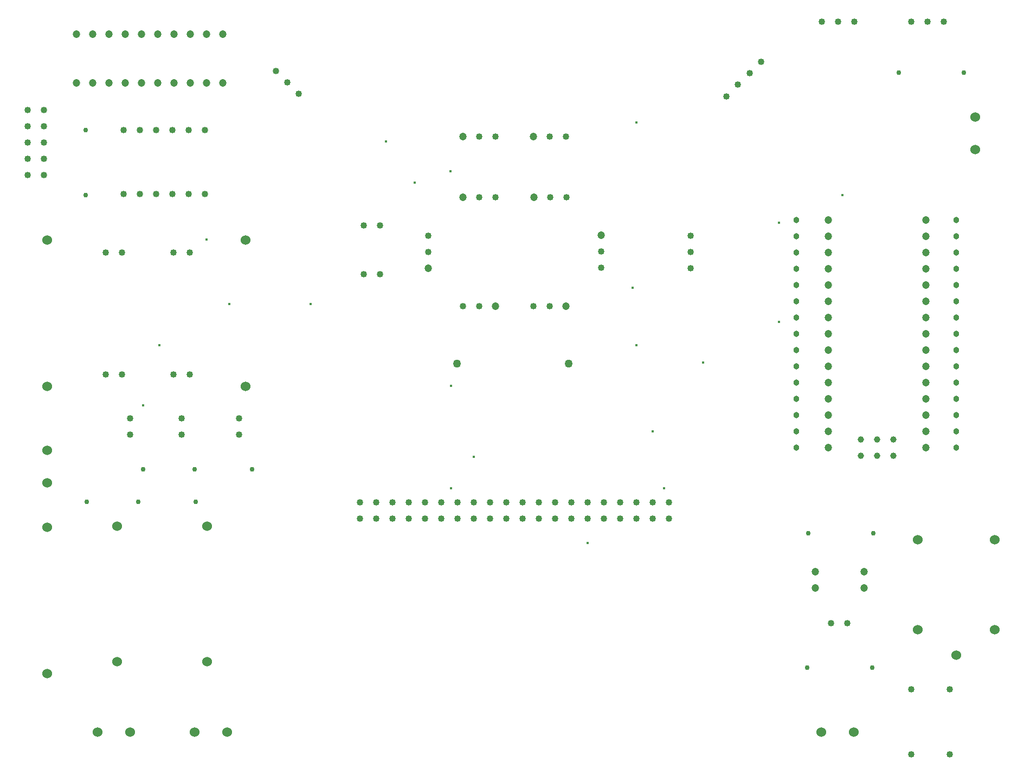
<source format=gbr>
G04 PROTEUS GERBER X2 FILE*
%TF.GenerationSoftware,Labcenter,Proteus,8.9-SP0-Build27865*%
%TF.CreationDate,2021-06-19T08:02:23+00:00*%
%TF.FileFunction,Plated,1,2,PTH*%
%TF.FilePolarity,Positive*%
%TF.Part,Single*%
%TF.SameCoordinates,{64bffbd5-d61a-4640-9b31-8bd0ff2465da}*%
%FSLAX45Y45*%
%MOMM*%
G01*
%TA.AperFunction,ViaDrill*%
%ADD40C,0.381000*%
%TA.AperFunction,ComponentDrill*%
%ADD41C,1.016000*%
%TA.AperFunction,ComponentDrill*%
%ADD42C,1.200000*%
%TA.AperFunction,ComponentDrill*%
%ADD43C,1.524000*%
%TA.AperFunction,ComponentDrill*%
%ADD44C,1.000000*%
%TA.AperFunction,ComponentDrill*%
%ADD45C,1.270000*%
%ADD46C,0.762000*%
%TA.AperFunction,ComponentDrill*%
%ADD47C,0.965200*%
%TD.AperFunction*%
D40*
X-4813300Y+1689100D03*
X-635000Y-1701800D03*
X+2946400Y-228600D03*
X+2336800Y-2197100D03*
X-990600Y-2197100D03*
X-990600Y-596900D03*
X-5549900Y+38100D03*
X+1905000Y+38100D03*
X-5803900Y-901700D03*
X+2159000Y-1308100D03*
X-3187700Y+685800D03*
X-4457700Y+685800D03*
X-2006600Y+3225800D03*
X+1905000Y+3517900D03*
X+1143000Y-3048000D03*
X+4127500Y+1955800D03*
X+4127500Y+406400D03*
X-1003300Y+2755900D03*
X-1562100Y+2578100D03*
X+5118100Y+2387600D03*
X+1841500Y+939800D03*
D41*
X+2413000Y-2417000D03*
X+2413000Y-2671000D03*
X+2159000Y-2417000D03*
X+2159000Y-2671000D03*
X+1905000Y-2417000D03*
X+1905000Y-2671000D03*
X+1651000Y-2417000D03*
X+1651000Y-2671000D03*
X+1397000Y-2417000D03*
X+1397000Y-2671000D03*
X+1143000Y-2417000D03*
X+1143000Y-2671000D03*
X+889000Y-2417000D03*
X+889000Y-2671000D03*
X+635000Y-2417000D03*
X+635000Y-2671000D03*
X+381000Y-2417000D03*
X+381000Y-2671000D03*
X+127000Y-2417000D03*
X+127000Y-2671000D03*
X-127000Y-2417000D03*
X-127000Y-2671000D03*
X-381000Y-2417000D03*
X-381000Y-2671000D03*
X-635000Y-2417000D03*
X-635000Y-2671000D03*
X-889000Y-2417000D03*
X-889000Y-2671000D03*
X-1143000Y-2417000D03*
X-1143000Y-2671000D03*
X-1397000Y-2417000D03*
X-1397000Y-2671000D03*
X-1651000Y-2417000D03*
X-1651000Y-2671000D03*
X-1905000Y-2417000D03*
X-1905000Y-2671000D03*
X-2159000Y-2417000D03*
X-2159000Y-2671000D03*
X-2413000Y-2417000D03*
X-2413000Y-2671000D03*
D42*
X+800000Y+650000D03*
D41*
X+546000Y+650000D03*
X+292000Y+650000D03*
D42*
X+1350000Y+1758000D03*
D41*
X+1350000Y+1504000D03*
X+1350000Y+1250000D03*
D42*
X-808000Y+2350000D03*
D41*
X-554000Y+2350000D03*
X-300000Y+2350000D03*
D42*
X-300000Y+650000D03*
D41*
X-554000Y+650000D03*
X-808000Y+650000D03*
D42*
X-1350000Y+1246000D03*
D41*
X-1350000Y+1500000D03*
X-1350000Y+1754000D03*
D42*
X+300000Y+2350000D03*
D41*
X+554000Y+2350000D03*
X+808000Y+2350000D03*
D42*
X-808000Y+3300000D03*
D41*
X-554000Y+3300000D03*
X-300000Y+3300000D03*
D43*
X-6000000Y-6000000D03*
X-6508000Y-6000000D03*
X-4492000Y-6000000D03*
X-5000000Y-6000000D03*
D42*
X+4900000Y-286000D03*
X+4900000Y-32000D03*
X+4900000Y+222000D03*
X+4900000Y+476000D03*
X+4900000Y+730000D03*
X+4900000Y+984000D03*
X+4900000Y+1238000D03*
X+4900000Y+1492000D03*
X+4900000Y+1746000D03*
X+4900000Y+2000000D03*
X+4900000Y-1556000D03*
X+4900000Y-1302000D03*
X+4900000Y-1048000D03*
X+4900000Y-794000D03*
X+4900000Y-540000D03*
X+6424000Y-1556000D03*
X+6424000Y-1302000D03*
X+6424000Y-1048000D03*
X+6424000Y-794000D03*
X+6424000Y-540000D03*
X+6424000Y-286000D03*
X+6424000Y-32000D03*
X+6424000Y+222000D03*
X+6424000Y+476000D03*
X+6424000Y+730000D03*
X+6424000Y+984000D03*
X+6424000Y+1238000D03*
X+6424000Y+1492000D03*
X+6424000Y+1746000D03*
X+6424000Y+2000000D03*
D44*
X+5408000Y-1683000D03*
X+5662000Y-1683000D03*
X+5916000Y-1683000D03*
X+5916000Y-1429000D03*
X+5662000Y-1429000D03*
X+5408000Y-1429000D03*
D41*
X-4838000Y+3400000D03*
X-5092000Y+3400000D03*
X-5346000Y+3400000D03*
X-5600000Y+3400000D03*
X-5854000Y+3400000D03*
X-6108000Y+3400000D03*
X-4838000Y+2400000D03*
X-5092000Y+2400000D03*
X-5346000Y+2400000D03*
X-5600000Y+2400000D03*
X-5854000Y+2400000D03*
X-6108000Y+2400000D03*
D43*
X-6208000Y-4900000D03*
X-6208000Y-2790000D03*
X-4800000Y-4900000D03*
X-4800000Y-2790000D03*
D45*
X-900000Y-250000D03*
X+850000Y-250000D03*
D41*
X-5076000Y-414000D03*
X-5330000Y-414000D03*
X-6130000Y-414000D03*
X-6384000Y-414000D03*
X-5076000Y+1486000D03*
X-5330000Y+1486000D03*
X-6130000Y+1486000D03*
X-6384000Y+1486000D03*
D43*
X-7300000Y-5086000D03*
X-7300000Y-2800000D03*
X-4200000Y-600000D03*
X-4200000Y+1686000D03*
X-7300000Y-600000D03*
X-7300000Y+1686000D03*
D42*
X+296000Y+3300000D03*
D41*
X+550000Y+3300000D03*
X+804000Y+3300000D03*
D43*
X-7300000Y-1600000D03*
X-7300000Y-2108000D03*
D42*
X-4552000Y+4900000D03*
X-4806000Y+4900000D03*
X-5060000Y+4900000D03*
X-5314000Y+4900000D03*
X-5568000Y+4900000D03*
X-5822000Y+4900000D03*
X-6076000Y+4900000D03*
X-6330000Y+4900000D03*
X-6584000Y+4900000D03*
X-6838000Y+4900000D03*
X-6838000Y+4138000D03*
X-6584000Y+4138000D03*
X-6330000Y+4138000D03*
X-6076000Y+4138000D03*
X-5822000Y+4138000D03*
X-5568000Y+4138000D03*
X-5314000Y+4138000D03*
X-5060000Y+4138000D03*
X-4806000Y+4138000D03*
X-4552000Y+4138000D03*
D43*
X+6300000Y-4400000D03*
X+7500000Y-4400000D03*
X+6900000Y-4800000D03*
X+7500000Y-3000000D03*
X+6300000Y-3000000D03*
D46*
X+6000000Y+4300000D03*
X+7016000Y+4300000D03*
D42*
X+4700000Y-3500000D03*
X+4700000Y-3754000D03*
X+5462000Y-3754000D03*
X+5462000Y-3500000D03*
D41*
X-4300000Y-1354000D03*
X-4300000Y-1100000D03*
X-5200000Y-1354000D03*
X-5200000Y-1100000D03*
X-6000000Y-1354000D03*
X-6000000Y-1100000D03*
D43*
X+5300000Y-6000000D03*
X+4792000Y-6000000D03*
D46*
X-6679882Y-2408000D03*
X-5800000Y-1900000D03*
X-5879882Y-2408000D03*
X-5000000Y-1900000D03*
X+4584000Y-2900000D03*
X+5600000Y-2900000D03*
X-4979882Y-2408000D03*
X-4100000Y-1900000D03*
X-6700000Y+3400000D03*
X-6700000Y+2384000D03*
D41*
X+5200000Y-4300000D03*
X+4946000Y-4300000D03*
X+3311592Y+3930592D03*
X+3491197Y+4110197D03*
X+3670802Y+4289802D03*
X+3850407Y+4469408D03*
X+6200000Y+5100000D03*
X+6454000Y+5100000D03*
X+6708000Y+5100000D03*
D46*
X+5584000Y-5000000D03*
X+4568000Y-5000000D03*
D41*
X+6200000Y-6350000D03*
X+6200000Y-5334000D03*
X+6800000Y-6350000D03*
X+6800000Y-5334000D03*
X+4800000Y+5100000D03*
X+5054000Y+5100000D03*
X+5308000Y+5100000D03*
D47*
X+4400000Y-1556000D03*
X+4400000Y-1302000D03*
X+4400000Y-1048000D03*
X+4400000Y-794000D03*
X+4400000Y-540000D03*
X+4400000Y-286000D03*
X+4400000Y-32000D03*
X+4400000Y+222000D03*
X+4400000Y+476000D03*
X+4400000Y+730000D03*
X+4400000Y+984000D03*
X+4400000Y+1238000D03*
X+4400000Y+1492000D03*
X+4400000Y+1746000D03*
X+4400000Y+2000000D03*
X+6900000Y-1556000D03*
X+6900000Y-1302000D03*
X+6900000Y-1048000D03*
X+6900000Y-794000D03*
X+6900000Y-540000D03*
X+6900000Y-286000D03*
X+6900000Y-32000D03*
X+6900000Y+222000D03*
X+6900000Y+476000D03*
X+6900000Y+730000D03*
X+6900000Y+984000D03*
X+6900000Y+1238000D03*
X+6900000Y+1492000D03*
X+6900000Y+1746000D03*
X+6900000Y+2000000D03*
D43*
X+7200000Y+3100000D03*
X+7200000Y+3608000D03*
D41*
X-7604000Y+3712000D03*
X-7604000Y+3458000D03*
X-7604000Y+3204000D03*
X-7604000Y+2950000D03*
X-7604000Y+2696000D03*
X-7350000Y+2696000D03*
X-7350000Y+2950000D03*
X-7350000Y+3204000D03*
X-7350000Y+3458000D03*
X-7350000Y+3712000D03*
X+2750000Y+1754000D03*
X+2750000Y+1500000D03*
X+2750000Y+1246000D03*
X-3729605Y+4329605D03*
X-3550000Y+4150000D03*
X-3370394Y+3970394D03*
X-2354000Y+1150000D03*
X-2100000Y+1150000D03*
X-2100000Y+1912000D03*
X-2354000Y+1912000D03*
M02*

</source>
